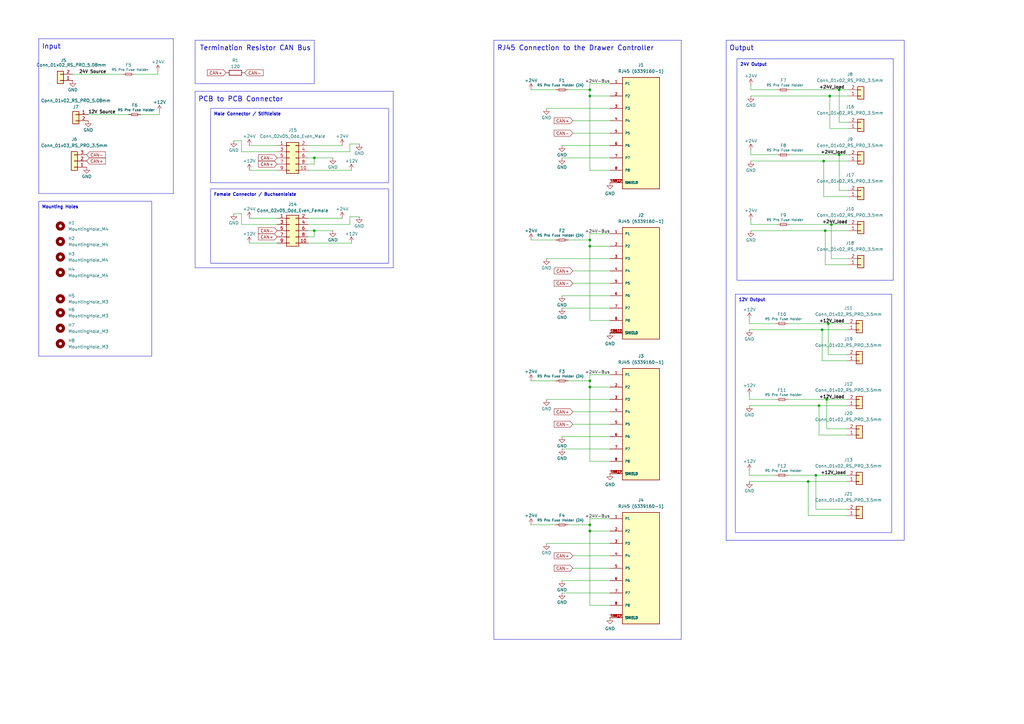
<source format=kicad_sch>
(kicad_sch (version 20230121) (generator eeschema)
  (paper "A3")
  (lib_symbols
    (symbol "6339160-1:6339160-1" (pin_names (offset 1.016))
      (property "Reference" "J" (at -7.6279 23.3921 0))
      (property "Value" "6339160-1" (at -7.6286 -25.4288 0))
      (symbol "6339160-1_0_0"
        (rectangle (start -7.62 -22.86) (end 7.62 22.86) (stroke (width 0.254)) (fill (type background)))
        (pin passive line (at 12.7 20.32 180) (length 5.08) (name "P1") (number "1"))
        (pin passive line (at 12.7 15.24 180) (length 5.08) (name "P2") (number "2"))
        (pin passive line (at 12.7 10.16 180) (length 5.08) (name "P3") (number "3"))
        (pin passive line (at 12.7 5.08 180) (length 5.08) (name "P4") (number "4"))
        (pin passive line (at 12.7 0 180) (length 5.08) (name "P5") (number "5"))
        (pin passive line (at 12.7 -5.08 180) (length 5.08) (name "P6") (number "6"))
        (pin passive line (at 12.7 -10.16 180) (length 5.08) (name "P7") (number "7"))
        (pin passive line (at 12.7 -15.24 180) (length 5.08) (name "P8") (number "8"))
        (pin passive line (at 12.7 -20.32 180) (length 5.08) (name "SHIELD") (number "SH1"))
        (pin passive line (at 12.7 -20.32 180) (length 5.08) (name "SHIELD") (number "SH1_1"))
        (pin passive line (at 12.7 -20.32 180) (length 5.08) (name "SHIELD") (number "SH1_2"))
        (pin passive line (at 12.7 -20.32 180) (length 5.08) (name "SHIELD") (number "SH2"))
        (pin passive line (at 12.7 -20.32 180) (length 5.08) (name "SHIELD") (number "SH2_1"))
        (pin passive line (at 12.7 -20.32 180) (length 5.08) (name "SHIELD") (number "SH2_2"))
      )
    )
    (symbol "Connector_Generic:Conn_01x02" (pin_names (offset 1.016) hide)
      (property "Reference" "J" (at 0 2.54 0))
      (property "Value" "Conn_01x02" (at 0 -5.08 0))
      (symbol "Conn_01x02_1_1"
        (rectangle (start -1.27 -2.413) (end 0 -2.667) (stroke (width 0.1524)))
        (rectangle (start -1.27 0.127) (end 0 -0.127) (stroke (width 0.1524)))
        (rectangle (start -1.27 1.27) (end 1.27 -3.81) (stroke (width 0.254)) (fill (type background)))
        (pin passive line (at -5.08 0 0) (length 3.81) (name "Pin_1") (number "1"))
        (pin passive line (at -5.08 -2.54 0) (length 3.81) (name "Pin_2") (number "2"))
      )
    )
    (symbol "Connector_Generic:Conn_01x03" (pin_names (offset 1.016) hide)
      (property "Reference" "J" (at 0 5.08 0))
      (property "Value" "Conn_01x03" (at 0 -5.08 0))
      (symbol "Conn_01x03_1_1"
        (rectangle (start -1.27 -2.413) (end 0 -2.667) (stroke (width 0.1524)))
        (rectangle (start -1.27 0.127) (end 0 -0.127) (stroke (width 0.1524)))
        (rectangle (start -1.27 2.667) (end 0 2.413) (stroke (width 0.1524)))
        (rectangle (start -1.27 3.81) (end 1.27 -3.81) (stroke (width 0.254)) (fill (type background)))
        (pin passive line (at -5.08 2.54 0) (length 3.81) (name "Pin_1") (number "1"))
        (pin passive line (at -5.08 0 0) (length 3.81) (name "Pin_2") (number "2"))
        (pin passive line (at -5.08 -2.54 0) (length 3.81) (name "Pin_3") (number "3"))
      )
    )
    (symbol "Connector_Generic:Conn_02x05_Odd_Even" (pin_names (offset 1.016) hide)
      (property "Reference" "J" (at 1.27 7.62 0))
      (property "Value" "Conn_02x05_Odd_Even" (at 1.27 -7.62 0))
      (symbol "Conn_02x05_Odd_Even_1_1"
        (rectangle (start -1.27 -4.953) (end 0 -5.207) (stroke (width 0.1524)))
        (rectangle (start -1.27 -2.413) (end 0 -2.667) (stroke (width 0.1524)))
        (rectangle (start -1.27 0.127) (end 0 -0.127) (stroke (width 0.1524)))
        (rectangle (start -1.27 2.667) (end 0 2.413) (stroke (width 0.1524)))
        (rectangle (start -1.27 5.207) (end 0 4.953) (stroke (width 0.1524)))
        (rectangle (start -1.27 6.35) (end 3.81 -6.35) (stroke (width 0.254)) (fill (type background)))
        (rectangle (start 3.81 -4.953) (end 2.54 -5.207) (stroke (width 0.1524)))
        (rectangle (start 3.81 -2.413) (end 2.54 -2.667) (stroke (width 0.1524)))
        (rectangle (start 3.81 0.127) (end 2.54 -0.127) (stroke (width 0.1524)))
        (rectangle (start 3.81 2.667) (end 2.54 2.413) (stroke (width 0.1524)))
        (rectangle (start 3.81 5.207) (end 2.54 4.953) (stroke (width 0.1524)))
        (pin passive line (at -5.08 5.08 0) (length 3.81) (name "Pin_1") (number "1"))
        (pin passive line (at 7.62 -5.08 180) (length 3.81) (name "Pin_10") (number "10"))
        (pin passive line (at 7.62 5.08 180) (length 3.81) (name "Pin_2") (number "2"))
        (pin passive line (at -5.08 2.54 0) (length 3.81) (name "Pin_3") (number "3"))
        (pin passive line (at 7.62 2.54 180) (length 3.81) (name "Pin_4") (number "4"))
        (pin passive line (at -5.08 0 0) (length 3.81) (name "Pin_5") (number "5"))
        (pin passive line (at 7.62 0 180) (length 3.81) (name "Pin_6") (number "6"))
        (pin passive line (at -5.08 -2.54 0) (length 3.81) (name "Pin_7") (number "7"))
        (pin passive line (at 7.62 -2.54 180) (length 3.81) (name "Pin_8") (number "8"))
        (pin passive line (at -5.08 -5.08 0) (length 3.81) (name "Pin_9") (number "9"))
      )
    )
    (symbol "Device:Fuse_Small" (pin_numbers hide) (pin_names (offset 0.254) hide)
      (property "Reference" "F" (at 0 -1.524 0))
      (property "Value" "Fuse_Small" (at 0 1.524 0))
      (symbol "Fuse_Small_0_1"
        (rectangle (start -1.27 0.508) (end 1.27 -0.508))
        (polyline (pts (xy -1.27 0) (xy 1.27 0)))
      )
      (symbol "Fuse_Small_1_1"
        (pin passive line (at -2.54 0 0) (length 1.27) (name "~") (number "1"))
        (pin passive line (at 2.54 0 180) (length 1.27) (name "~") (number "2"))
      )
    )
    (symbol "Device:R" (pin_numbers hide) (pin_names (offset 0))
      (property "Reference" "R" (at 2.032 0 90))
      (property "Value" "R" (at 0 0 90))
      (symbol "R_0_1"
        (rectangle (start -1.016 -2.54) (end 1.016 2.54) (stroke (width 0.254)))
      )
      (symbol "R_1_1"
        (pin passive line (at 0 3.81 270) (length 1.27) (name "~") (number "1"))
        (pin passive line (at 0 -3.81 90) (length 1.27) (name "~") (number "2"))
      )
    )
    (symbol "Mechanical:MountingHole" (pin_names (offset 1.016))
      (property "Reference" "H" (at 0 5.08 0))
      (property "Value" "MountingHole" (at 0 3.175 0))
      (symbol "MountingHole_0_1"
        (circle (center 0 0) (radius 1.27) (stroke (width 1.27)))
      )
    )
    (symbol "power:+12V" (power) (pin_names (offset 0))
      (property "Value" "+12V" (at 0 3.556 0))
      (symbol "+12V_0_1"
        (polyline (pts (xy -0.762 1.27) (xy 0 2.54)))
        (polyline (pts (xy 0 0) (xy 0 2.54)))
        (polyline (pts (xy 0 2.54) (xy 0.762 1.27)))
      )
      (symbol "+12V_1_1"
        (pin power_in line (at 0 0 90) (length 0) hide (name "+12V") (number "1"))
      )
    )
    (symbol "power:+24V" (power) (pin_names (offset 0))
      (property "Value" "+24V" (at 0 3.556 0))
      (symbol "+24V_0_1"
        (polyline (pts (xy -0.762 1.27) (xy 0 2.54)))
        (polyline (pts (xy 0 0) (xy 0 2.54)))
        (polyline (pts (xy 0 2.54) (xy 0.762 1.27)))
      )
      (symbol "+24V_1_1"
        (pin power_in line (at 0 0 90) (length 0) hide (name "+24V") (number "1"))
      )
    )
    (symbol "power:GND" (power) (pin_names (offset 0))
      (property "Value" "GND" (at 0 -3.81 0))
      (symbol "GND_0_1"
        (polyline (pts (xy 0 0) (xy 0 -1.27) (xy 1.27 -1.27) (xy 0 -2.54) (xy -1.27 -1.27) (xy 0 -1.27)))
      )
      (symbol "GND_1_1"
        (pin power_in line (at 0 0 270) (length 0) hide (name "GND") (number "1"))
      )
    )
  )
  (junction (at 241.935 36.83))
  (junction (at 128.905 94.615))
  (junction (at 339.725 132.715))
  (junction (at 340.995 92.075))
  (junction (at 241.935 156.21))
  (junction (at 339.09 163.83))
  (junction (at 337.185 135.255))
  (junction (at 344.17 36.83))
  (junction (at 337.82 66.04))
  (junction (at 344.17 63.5))
  (junction (at 241.935 39.37))
  (junction (at 241.935 158.75))
  (junction (at 241.935 100.965))
  (junction (at 241.935 215.265))
  (junction (at 334.645 194.945))
  (junction (at 338.455 94.615))
  (junction (at 340.36 39.37))
  (junction (at 331.47 197.485))
  (junction (at 241.935 217.805))
  (junction (at 241.935 98.425))
  (junction (at 335.915 166.37))
  (junction (at 128.905 64.77))
  (wire (pts (xy 29.845 30.48) (xy 50.165 30.48)))
  (wire (pts (xy 102.235 89.535) (xy 113.665 89.535)))
  (wire (pts (xy 234.95 49.53) (xy 250.19 49.53)))
  (wire (pts (xy 323.85 63.5) (xy 344.17 63.5)))
  (wire (pts (xy 102.235 99.695) (xy 113.665 99.695)))
  (wire (pts (xy 250.19 121.285) (xy 230.505 121.285)))
  (wire (pts (xy 241.935 212.725) (xy 241.935 215.265)))
  (wire (pts (xy 250.19 184.15) (xy 230.505 184.15)))
  (wire (pts (xy 136.525 94.615) (xy 128.905 94.615)))
  (wire (pts (xy 250.19 153.67) (xy 241.935 153.67)))
  (wire (pts (xy 344.17 36.83) (xy 344.17 50.165)))
  (wire (pts (xy 347.98 106.045) (xy 340.995 106.045)))
  (wire (pts (xy 126.365 59.69) (xy 140.335 59.69)))
  (wire (pts (xy 250.19 222.885) (xy 224.155 222.885)))
  (wire (pts (xy 126.365 99.695) (xy 144.145 99.695)))
  (wire (pts (xy 99.06 62.23) (xy 113.665 62.23)))
  (wire (pts (xy 250.19 64.77) (xy 230.505 64.77)))
  (wire (pts (xy 250.19 163.83) (xy 224.155 163.83)))
  (wire (pts (xy 307.975 39.37) (xy 340.36 39.37)))
  (wire (pts (xy 241.935 156.21) (xy 241.935 158.75)))
  (wire (pts (xy 128.905 94.615) (xy 128.905 97.155)))
  (wire (pts (xy 227.965 36.83) (xy 217.805 36.83)))
  (wire (pts (xy 323.85 36.83) (xy 344.17 36.83)))
  (wire (pts (xy 99.06 87.63) (xy 99.06 92.075)))
  (wire (pts (xy 318.77 92.075) (xy 307.975 92.075)))
  (wire (pts (xy 55.245 30.48) (xy 64.77 30.48)))
  (wire (pts (xy 335.915 166.37) (xy 347.345 166.37)))
  (wire (pts (xy 323.215 194.945) (xy 334.645 194.945)))
  (wire (pts (xy 99.06 87.63) (xy 95.885 87.63)))
  (wire (pts (xy 57.785 46.99) (xy 65.405 46.99)))
  (wire (pts (xy 250.19 248.285) (xy 241.935 248.285)))
  (wire (pts (xy 318.135 194.945) (xy 307.34 194.945)))
  (wire (pts (xy 241.935 36.83) (xy 241.935 39.37)))
  (wire (pts (xy 99.06 92.075) (xy 113.665 92.075)))
  (wire (pts (xy 347.98 78.105) (xy 344.17 78.105)))
  (wire (pts (xy 250.19 34.29) (xy 241.935 34.29)))
  (wire (pts (xy 143.51 59.055) (xy 143.51 62.23)))
  (wire (pts (xy 307.975 36.83) (xy 307.975 34.925)))
  (wire (pts (xy 347.98 108.585) (xy 338.455 108.585)))
  (wire (pts (xy 323.215 163.83) (xy 339.09 163.83)))
  (wire (pts (xy 64.77 30.48) (xy 64.77 29.21)))
  (wire (pts (xy 307.34 135.255) (xy 337.185 135.255)))
  (wire (pts (xy 337.185 135.255) (xy 347.345 135.255)))
  (wire (pts (xy 250.19 59.69) (xy 230.505 59.69)))
  (wire (pts (xy 234.95 116.205) (xy 250.19 116.205)))
  (wire (pts (xy 143.51 88.9) (xy 143.51 92.075)))
  (wire (pts (xy 307.975 66.04) (xy 337.82 66.04)))
  (wire (pts (xy 347.345 145.415) (xy 339.725 145.415)))
  (wire (pts (xy 337.82 80.645) (xy 337.82 66.04)))
  (wire (pts (xy 99.06 57.785) (xy 99.06 62.23)))
  (wire (pts (xy 347.345 175.895) (xy 339.09 175.895)))
  (wire (pts (xy 241.935 34.29) (xy 241.935 36.83)))
  (wire (pts (xy 241.935 215.265) (xy 233.045 215.265)))
  (wire (pts (xy 126.365 69.85) (xy 144.145 69.85)))
  (wire (pts (xy 227.965 156.21) (xy 217.805 156.21)))
  (wire (pts (xy 234.95 54.61) (xy 250.19 54.61)))
  (wire (pts (xy 143.51 62.23) (xy 126.365 62.23)))
  (wire (pts (xy 126.365 67.31) (xy 128.905 67.31)))
  (wire (pts (xy 347.345 208.915) (xy 334.645 208.915)))
  (wire (pts (xy 307.34 197.485) (xy 331.47 197.485)))
  (wire (pts (xy 250.19 100.965) (xy 241.935 100.965)))
  (wire (pts (xy 344.17 36.83) (xy 347.98 36.83)))
  (wire (pts (xy 307.975 94.615) (xy 338.455 94.615)))
  (wire (pts (xy 241.935 215.265) (xy 241.935 217.805)))
  (wire (pts (xy 241.935 189.23) (xy 241.935 158.75)))
  (wire (pts (xy 250.19 243.205) (xy 230.505 243.205)))
  (wire (pts (xy 241.935 248.285) (xy 241.935 217.805)))
  (wire (pts (xy 344.17 78.105) (xy 344.17 63.5)))
  (wire (pts (xy 65.405 45.72) (xy 65.405 46.99)))
  (wire (pts (xy 323.215 132.715) (xy 339.725 132.715)))
  (wire (pts (xy 318.77 36.83) (xy 307.975 36.83)))
  (wire (pts (xy 241.935 131.445) (xy 241.935 100.965)))
  (wire (pts (xy 340.36 39.37) (xy 340.36 52.705)))
  (wire (pts (xy 344.17 50.165) (xy 347.98 50.165)))
  (wire (pts (xy 234.95 233.045) (xy 250.19 233.045)))
  (wire (pts (xy 234.95 173.99) (xy 250.19 173.99)))
  (wire (pts (xy 250.19 39.37) (xy 241.935 39.37)))
  (wire (pts (xy 347.98 80.645) (xy 337.82 80.645)))
  (wire (pts (xy 102.235 59.69) (xy 113.665 59.69)))
  (wire (pts (xy 241.935 153.67) (xy 241.935 156.21)))
  (wire (pts (xy 340.36 52.705) (xy 347.98 52.705)))
  (wire (pts (xy 307.34 166.37) (xy 335.915 166.37)))
  (wire (pts (xy 234.95 168.91) (xy 250.19 168.91)))
  (wire (pts (xy 339.725 132.715) (xy 347.345 132.715)))
  (wire (pts (xy 307.975 63.5) (xy 307.975 61.595)))
  (wire (pts (xy 334.645 194.945) (xy 347.345 194.945)))
  (wire (pts (xy 36.195 46.99) (xy 52.705 46.99)))
  (wire (pts (xy 318.77 63.5) (xy 307.975 63.5)))
  (wire (pts (xy 102.235 69.85) (xy 113.665 69.85)))
  (wire (pts (xy 227.965 215.265) (xy 217.805 215.265)))
  (wire (pts (xy 250.19 238.125) (xy 230.505 238.125)))
  (wire (pts (xy 339.09 175.895) (xy 339.09 163.83)))
  (wire (pts (xy 250.19 44.45) (xy 224.155 44.45)))
  (wire (pts (xy 241.935 156.21) (xy 233.045 156.21)))
  (wire (pts (xy 250.19 95.885) (xy 241.935 95.885)))
  (wire (pts (xy 340.995 92.075) (xy 347.98 92.075)))
  (wire (pts (xy 318.135 132.715) (xy 307.34 132.715)))
  (wire (pts (xy 128.905 64.77) (xy 128.905 67.31)))
  (wire (pts (xy 318.135 163.83) (xy 307.34 163.83)))
  (wire (pts (xy 250.19 212.725) (xy 241.935 212.725)))
  (wire (pts (xy 126.365 89.535) (xy 140.335 89.535)))
  (wire (pts (xy 128.905 94.615) (xy 126.365 94.615)))
  (wire (pts (xy 344.17 63.5) (xy 347.98 63.5)))
  (wire (pts (xy 347.345 178.435) (xy 335.915 178.435)))
  (wire (pts (xy 331.47 197.485) (xy 331.47 211.455)))
  (wire (pts (xy 250.19 217.805) (xy 241.935 217.805)))
  (wire (pts (xy 136.525 64.77) (xy 128.905 64.77)))
  (wire (pts (xy 241.935 98.425) (xy 241.935 100.965)))
  (wire (pts (xy 241.935 95.885) (xy 241.935 98.425)))
  (wire (pts (xy 339.09 163.83) (xy 347.345 163.83)))
  (wire (pts (xy 241.935 36.83) (xy 233.045 36.83)))
  (wire (pts (xy 337.185 147.955) (xy 347.345 147.955)))
  (wire (pts (xy 331.47 211.455) (xy 347.345 211.455)))
  (wire (pts (xy 307.34 194.945) (xy 307.34 193.04)))
  (wire (pts (xy 340.995 106.045) (xy 340.995 92.075)))
  (wire (pts (xy 143.51 88.9) (xy 147.32 88.9)))
  (wire (pts (xy 250.19 189.23) (xy 241.935 189.23)))
  (wire (pts (xy 250.19 131.445) (xy 241.935 131.445)))
  (wire (pts (xy 250.19 126.365) (xy 230.505 126.365)))
  (wire (pts (xy 331.47 197.485) (xy 347.345 197.485)))
  (wire (pts (xy 241.935 69.85) (xy 241.935 39.37)))
  (wire (pts (xy 337.185 135.255) (xy 337.185 147.955)))
  (wire (pts (xy 338.455 94.615) (xy 347.98 94.615)))
  (wire (pts (xy 99.06 57.785) (xy 95.885 57.785)))
  (wire (pts (xy 241.935 98.425) (xy 233.045 98.425)))
  (wire (pts (xy 307.34 163.83) (xy 307.34 161.925)))
  (wire (pts (xy 307.34 132.715) (xy 307.34 130.81)))
  (wire (pts (xy 250.19 158.75) (xy 241.935 158.75)))
  (wire (pts (xy 337.82 66.04) (xy 347.98 66.04)))
  (wire (pts (xy 323.85 92.075) (xy 340.995 92.075)))
  (wire (pts (xy 143.51 59.055) (xy 147.32 59.055)))
  (wire (pts (xy 143.51 92.075) (xy 126.365 92.075)))
  (wire (pts (xy 128.905 64.77) (xy 126.365 64.77)))
  (wire (pts (xy 307.975 92.075) (xy 307.975 90.17)))
  (wire (pts (xy 126.365 97.155) (xy 128.905 97.155)))
  (wire (pts (xy 334.645 208.915) (xy 334.645 194.945)))
  (wire (pts (xy 227.965 98.425) (xy 217.805 98.425)))
  (wire (pts (xy 340.36 39.37) (xy 347.98 39.37)))
  (wire (pts (xy 339.725 145.415) (xy 339.725 132.715)))
  (wire (pts (xy 335.915 178.435) (xy 335.915 166.37)))
  (wire (pts (xy 338.455 108.585) (xy 338.455 94.615)))
  (wire (pts (xy 234.95 227.965) (xy 250.19 227.965)))
  (wire (pts (xy 250.19 106.045) (xy 224.155 106.045)))
  (wire (pts (xy 250.19 69.85) (xy 241.935 69.85)))
  (wire (pts (xy 234.95 111.125) (xy 250.19 111.125)))
  (wire (pts (xy 250.19 179.07) (xy 230.505 179.07)))
  (rectangle (start 302.26 24.13) (end 366.395 114.935))
  (rectangle (start 297.815 16.51) (end 370.84 221.615))
  (rectangle (start 80.01 16.51) (end 128.905 34.29))
  (rectangle (start 80.01 37.465) (end 161.29 109.855))
  (rectangle (start 15.875 82.55) (end 62.23 146.05))
  (rectangle (start 301.625 120.65) (end 365.76 218.44))
  (rectangle (start 86.36 77.47) (end 159.385 107.95))
  (rectangle (start 202.565 16.51) (end 279.4 262.255))
  (rectangle (start 86.36 44.45) (end 159.385 74.93))
  (rectangle (start 15.875 15.875) (end 71.12 79.375))
  (text "PCB to PCB Connector" (at 81.28 41.91 0) (effects (font (size 2 2) (thickness 0.254) bold) (justify left bottom)))
  (text "Input" (at 17.145 20.32 0) (effects (font (size 2 2) (thickness 0.254) bold) (justify left bottom)))
  (text "24V Output" (at 303.53 27.305 0) (effects (font (size 1.27 1.27) bold) (justify left bottom)))
  (text "Mounting Holes" (at 17.145 85.725 0) (effects (font (size 1.27 1.27) bold) (justify left bottom)))
  (text "RJ45 Connection to the Drawer Controller" (at 203.835 20.955 0) (effects (font (size 2 2) (thickness 0.254) bold) (justify left bottom)))
  (text "Output" (at 299.085 20.955 0) (effects (font (size 2 2) (thickness 0.254) bold) (justify left bottom)))
  (text "Male Connector / Stiftleiste" (at 87.63 47.625 0) (effects (font (size 1.27 1.27) bold) (justify left bottom)))
  (text "Termination Resistor CAN Bus" (at 81.915 20.955 0) (effects (font (size 2 2) (thickness 0.254) bold) (justify left bottom)))
  (text "Female Connector / Buchsenleiste" (at 87.63 80.645 0) (effects (font (size 1.27 1.27) bold) (justify left bottom)))
  (text "12V Output" (at 302.895 123.825 0) (effects (font (size 1.27 1.27) bold) (justify left bottom)))
  (label "+24V-Bus" (at 250.19 34.29 180))
  (label "+12V_load" (at 335.915 132.715 0) (effects (font bold)))
  (label "12V Source" (at 36.195 46.99 0) (effects (font bold)))
  (label "+24V_load" (at 337.185 92.075 0) (effects (font bold)))
  (label "+12V_load" (at 335.915 163.83 0) (effects (font bold)))
  (label "+24V-Bus" (at 250.19 212.725 180))
  (label "+24V-Bus" (at 250.19 153.67 180))
  (label "+24V_load" (at 335.915 36.83 0) (effects (font bold)))
  (label "+24V_load" (at 336.55 63.5 0) (effects (font bold)))
  (label "+12V_load" (at 336.55 194.945 0) (effects (font bold)))
  (label "+24V-Bus" (at 250.19 95.885 180))
  (label "24V Source" (at 32.385 30.48 0) (effects (font bold)))
  (global_label "CAN-" (shape input) (at 113.665 94.615 180) (property "Intersheetrefs" "${INTERSHEET_REFS}" (effects hide)))
  (global_label "CAN+" (shape input) (at 234.95 49.53 180) (property "Intersheetrefs" "${INTERSHEET_REFS}" (effects hide)))
  (global_label "CAN+" (shape input) (at 234.95 168.91 180) (property "Intersheetrefs" "${INTERSHEET_REFS}" (effects hide)))
  (global_label "CAN-" (shape input) (at 100.33 29.845 0) (property "Intersheetrefs" "${INTERSHEET_REFS}" (effects hide)))
  (global_label "CAN+" (shape input) (at 92.71 29.845 180) (property "Intersheetrefs" "${INTERSHEET_REFS}" (effects hide)))
  (global_label "CAN-" (shape input) (at 234.95 116.205 180) (property "Intersheetrefs" "${INTERSHEET_REFS}" (effects hide)))
  (global_label "CAN+" (shape input) (at 113.665 97.155 180) (property "Intersheetrefs" "${INTERSHEET_REFS}" (effects hide)))
  (global_label "CAN-" (shape input) (at 234.95 54.61 180) (property "Intersheetrefs" "${INTERSHEET_REFS}" (effects hide)))
  (global_label "CAN+" (shape input) (at 35.56 66.04 0) (property "Intersheetrefs" "${INTERSHEET_REFS}" (effects hide)))
  (global_label "CAN-" (shape input) (at 113.665 64.77 180) (property "Intersheetrefs" "${INTERSHEET_REFS}" (effects hide)))
  (global_label "CAN+" (shape input) (at 234.95 227.965 180) (property "Intersheetrefs" "${INTERSHEET_REFS}" (effects hide)))
  (global_label "CAN+" (shape input) (at 113.665 67.31 180) (property "Intersheetrefs" "${INTERSHEET_REFS}" (effects hide)))
  (global_label "CAN-" (shape input) (at 35.56 63.5 0) (property "Intersheetrefs" "${INTERSHEET_REFS}" (effects hide)))
  (global_label "CAN-" (shape input) (at 234.95 173.99 180) (property "Intersheetrefs" "${INTERSHEET_REFS}" (effects hide)))
  (global_label "CAN+" (shape input) (at 234.95 111.125 180) (property "Intersheetrefs" "${INTERSHEET_REFS}" (effects hide)))
  (global_label "CAN-" (shape input) (at 234.95 233.045 180) (property "Intersheetrefs" "${INTERSHEET_REFS}" (effects hide)))
  (symbol (lib_id "power:+24V") (at 64.77 29.21 0) (unit 1)
    (property "Reference" "#PWR023" (effects hide))
    (property "Value" "+24V" (at 64.77 25.4 0))
  )
  (symbol (lib_id "power:GND") (at 36.195 49.53 0) (unit 1)
    (property "Reference" "#PWR024" (effects hide))
    (property "Value" "GND" (at 36.195 53.34 0))
  )
  (symbol (lib_id "Mechanical:MountingHole") (at 24.765 134.62 0) (unit 1)
    (property "Reference" "H7" (at 27.94 133.35 0) (effects (justify left)))
    (property "Value" "MountingHole_M3" (at 27.94 135.89 0) (effects (justify left)))
    (property "Footprint" "MountingHole:MountingHole_3.2mm_M3" (effects hide))
  )
  (symbol (lib_id "power:+24V") (at 217.805 36.83 0) (mirror y) (unit 1)
    (property "Reference" "#PWR06" (effects hide))
    (property "Value" "+24V" (at 217.805 33.02 0))
  )
  (symbol (lib_id "Connector_Generic:Conn_01x02") (at 353.06 66.04 0) (mirror x) (unit 1)
    (property "Reference" "J9" (at 348.615 57.15 0))
    (property "Value" "Conn_01x02_RS_PRO_3.5mm" (at 348.615 59.69 0))
    (property "Footprint" "Connector_Phoenix_MC:PhoenixContact_MC_1,5_2-G-3.5_1x02_P3.50mm_Horizontal" (effects hide))
  )
  (symbol (lib_id "Device:Fuse_Small") (at 321.31 36.83 0) (unit 1)
    (property "Reference" "F7" (at 321.31 33.02 0))
    (property "Value" "RS Pro Fuse Holder" (at 321.945 34.925 0) (effects (font (size 1 1))))
    (property "Footprint" "Robast_Footprints:Fuse_Holder_RS_Pro_188-4477" (effects hide))
  )
  (symbol (lib_id "Device:Fuse_Small") (at 52.705 30.48 0) (unit 1)
    (property "Reference" "F5" (at 52.705 26.67 0))
    (property "Value" "RS Pro Fuse Holder" (at 53.34 28.575 0) (effects (font (size 1 1))))
    (property "Footprint" "Robast_Footprints:Fuse_Holder_RS_Pro_188-4477" (effects hide))
  )
  (symbol (lib_id "power:+24V") (at 217.805 98.425 0) (mirror y) (unit 1)
    (property "Reference" "#PWR010" (effects hide))
    (property "Value" "+24V" (at 217.805 94.615 0))
  )
  (symbol (lib_id "power:+12V") (at 307.34 130.81 0) (unit 1)
    (property "Reference" "#PWR052" (effects hide))
    (property "Value" "+12V" (at 307.34 127 0))
  )
  (symbol (lib_id "Device:Fuse_Small") (at 230.505 215.265 0) (mirror y) (unit 1)
    (property "Reference" "F4" (at 230.505 211.455 0))
    (property "Value" "RS Pro Fuse Holder (2A)" (at 229.87 213.36 0) (effects (font (size 1 1))))
    (property "Footprint" "Robast_Footprints:Fuse_Holder_RS_Pro_188-4477" (effects hide))
  )
  (symbol (lib_id "Connector_Generic:Conn_01x02") (at 353.06 80.645 0) (mirror x) (unit 1)
    (property "Reference" "J17" (at 348.615 71.755 0))
    (property "Value" "Conn_01x02_RS_PRO_3.5mm" (at 348.615 74.295 0))
    (property "Footprint" "Connector_Phoenix_MC:PhoenixContact_MC_1,5_2-G-3.5_1x02_P3.50mm_Horizontal" (effects hide))
  )
  (symbol (lib_id "Connector_Generic:Conn_01x02") (at 353.06 108.585 0) (mirror x) (unit 1)
    (property "Reference" "J18" (at 348.615 99.695 0))
    (property "Value" "Conn_01x02_RS_PRO_3.5mm" (at 348.615 102.235 0))
    (property "Footprint" "Connector_Phoenix_MC:PhoenixContact_MC_1,5_2-G-3.5_1x02_P3.50mm_Horizontal" (effects hide))
  )
  (symbol (lib_id "power:+12V") (at 307.34 161.925 0) (unit 1)
    (property "Reference" "#PWR032" (effects hide))
    (property "Value" "+12V" (at 307.34 158.115 0))
  )
  (symbol (lib_id "6339160-1:6339160-1") (at 262.89 233.045 0) (mirror y) (unit 1)
    (property "Reference" "J4" (at 262.89 205.105 0))
    (property "Value" "RJ45 (6339160-1)" (at 262.89 207.645 0))
    (property "Footprint" "Robast_Footprints:TE_6339160-1" (effects hide))
    (property "Comment" "6339160-1" (effects hide))
  )
  (symbol (lib_id "power:GND") (at 224.155 44.45 0) (mirror y) (unit 1)
    (property "Reference" "#PWR05" (effects hide))
    (property "Value" "GND" (at 224.155 48.26 0))
  )
  (symbol (lib_id "power:GND") (at 95.885 87.63 0) (unit 1)
    (property "Reference" "#PWR046" (effects hide))
    (property "Value" "GND" (at 95.885 91.44 0))
  )
  (symbol (lib_id "power:GND") (at 224.155 163.83 0) (mirror y) (unit 1)
    (property "Reference" "#PWR014" (effects hide))
    (property "Value" "GND" (at 224.155 167.64 0))
  )
  (symbol (lib_id "power:GND") (at 35.56 68.58 0) (unit 1)
    (property "Reference" "#PWR021" (effects hide))
    (property "Value" "GND" (at 35.56 72.39 0))
  )
  (symbol (lib_id "Connector_Generic:Conn_01x02") (at 352.425 178.435 0) (mirror x) (unit 1)
    (property "Reference" "J20" (at 347.98 169.545 0))
    (property "Value" "Conn_01x02_RS_PRO_3.5mm" (at 347.98 172.085 0))
    (property "Footprint" "Connector_Phoenix_MC:PhoenixContact_MC_1,5_2-G-3.5_1x02_P3.50mm_Horizontal" (effects hide))
  )
  (symbol (lib_id "power:GND") (at 230.505 243.205 0) (mirror y) (unit 1)
    (property "Reference" "#PWR018" (effects hide))
    (property "Value" "GND" (at 230.505 247.015 0))
  )
  (symbol (lib_id "6339160-1:6339160-1") (at 262.89 54.61 0) (mirror y) (unit 1)
    (property "Reference" "J1" (at 262.89 26.67 0))
    (property "Value" "RJ45 (6339160-1)" (at 262.89 29.21 0))
    (property "Footprint" "Robast_Footprints:TE_6339160-1" (effects hide))
    (property "Comment" "6339160-1" (effects hide))
  )
  (symbol (lib_id "Mechanical:MountingHole") (at 24.765 105.41 0) (unit 1)
    (property "Reference" "H3" (at 27.94 104.14 0) (effects (justify left)))
    (property "Value" "MountingHole_M4" (at 27.94 106.68 0) (effects (justify left)))
    (property "Footprint" "MountingHole:MountingHole_4.3mm_M4" (effects hide))
  )
  (symbol (lib_id "power:+12V") (at 307.34 193.04 0) (unit 1)
    (property "Reference" "#PWR034" (effects hide))
    (property "Value" "+12V" (at 307.34 189.23 0))
  )
  (symbol (lib_id "power:GND") (at 147.32 88.9 0) (unit 1)
    (property "Reference" "#PWR050" (effects hide))
    (property "Value" "GND" (at 147.32 92.71 0))
  )
  (symbol (lib_id "Connector_Generic:Conn_02x05_Odd_Even") (at 118.745 64.77 0) (unit 1)
    (property "Reference" "J15" (at 120.015 53.34 0))
    (property "Value" "Conn_02x05_Odd_Even_Male" (at 120.015 55.88 0))
    (property "Footprint" "Connector_PinHeader_2.54mm:PinHeader_2x05_P2.54mm_Horizontal" (effects hide))
  )
  (symbol (lib_id "power:GND") (at 307.975 39.37 0) (unit 1)
    (property "Reference" "#PWR027" (effects hide))
    (property "Value" "GND" (at 307.975 43.18 0))
  )
  (symbol (lib_id "power:+12V") (at 144.145 69.85 0) (unit 1)
    (property "Reference" "#PWR043" (effects hide))
    (property "Value" "+12V" (at 144.145 66.04 0))
  )
  (symbol (lib_id "Mechanical:MountingHole") (at 24.765 92.71 0) (unit 1)
    (property "Reference" "H1" (at 27.94 91.44 0) (effects (justify left)))
    (property "Value" "MountingHole_M4" (at 27.94 93.98 0) (effects (justify left)))
    (property "Footprint" "MountingHole:MountingHole_4.3mm_M4" (effects hide))
  )
  (symbol (lib_id "power:+24V") (at 217.805 156.21 0) (mirror y) (unit 1)
    (property "Reference" "#PWR015" (effects hide))
    (property "Value" "+24V" (at 217.805 152.4 0))
  )
  (symbol (lib_id "power:GND") (at 307.34 135.255 0) (unit 1)
    (property "Reference" "#PWR033" (effects hide))
    (property "Value" "GND" (at 307.34 139.065 0))
  )
  (symbol (lib_id "Connector_Generic:Conn_01x02") (at 352.425 197.485 0) (mirror x) (unit 1)
    (property "Reference" "J13" (at 347.98 188.595 0))
    (property "Value" "Conn_01x02_RS_PRO_3.5mm" (at 347.98 191.135 0))
    (property "Footprint" "Connector_Phoenix_MC:PhoenixContact_MC_1,5_2-G-3.5_1x02_P3.50mm_Horizontal" (effects hide))
  )
  (symbol (lib_id "Mechanical:MountingHole") (at 24.765 128.27 0) (unit 1)
    (property "Reference" "H6" (at 27.94 127 0) (effects (justify left)))
    (property "Value" "MountingHole_M3" (at 27.94 129.54 0) (effects (justify left)))
    (property "Footprint" "MountingHole:MountingHole_3.2mm_M3" (effects hide))
  )
  (symbol (lib_id "power:GND") (at 250.19 136.525 0) (mirror y) (unit 1)
    (property "Reference" "#PWR02" (effects hide))
    (property "Value" "GND" (at 250.19 140.97 0))
  )
  (symbol (lib_id "power:GND") (at 230.505 64.77 0) (mirror y) (unit 1)
    (property "Reference" "#PWR03" (effects hide))
    (property "Value" "GND" (at 230.505 68.58 0))
  )
  (symbol (lib_id "Connector_Generic:Conn_01x02") (at 352.425 135.255 0) (mirror x) (unit 1)
    (property "Reference" "J11" (at 347.98 126.365 0))
    (property "Value" "Conn_01x02_RS_PRO_3.5mm" (at 347.98 128.905 0))
    (property "Footprint" "Connector_Phoenix_MC:PhoenixContact_MC_1,5_2-G-3.5_1x02_P3.50mm_Horizontal" (effects hide))
  )
  (symbol (lib_id "Mechanical:MountingHole") (at 24.765 122.555 0) (unit 1)
    (property "Reference" "H5" (at 27.94 121.285 0) (effects (justify left)))
    (property "Value" "MountingHole_M3" (at 27.94 123.825 0) (effects (justify left)))
    (property "Footprint" "MountingHole:MountingHole_3.2mm_M3" (effects hide))
  )
  (symbol (lib_id "Device:Fuse_Small") (at 320.675 194.945 0) (unit 1)
    (property "Reference" "F12" (at 320.675 191.135 0))
    (property "Value" "RS Pro Fuse Holder" (at 321.31 193.04 0) (effects (font (size 1 1))))
    (property "Footprint" "Robast_Footprints:Fuse_Holder_RS_Pro_188-4477" (effects hide))
  )
  (symbol (lib_id "power:GND") (at 307.34 197.485 0) (unit 1)
    (property "Reference" "#PWR037" (effects hide))
    (property "Value" "GND" (at 307.34 201.295 0))
  )
  (symbol (lib_id "Mechanical:MountingHole") (at 24.765 99.06 0) (unit 1)
    (property "Reference" "H2" (at 27.94 97.79 0) (effects (justify left)))
    (property "Value" "MountingHole_M4" (at 27.94 100.33 0) (effects (justify left)))
    (property "Footprint" "MountingHole:MountingHole_4.3mm_M4" (effects hide))
  )
  (symbol (lib_id "power:GND") (at 307.975 66.04 0) (unit 1)
    (property "Reference" "#PWR029" (effects hide))
    (property "Value" "GND" (at 307.975 69.85 0))
  )
  (symbol (lib_id "6339160-1:6339160-1") (at 262.89 173.99 0) (mirror y) (unit 1)
    (property "Reference" "J3" (at 262.89 146.05 0))
    (property "Value" "RJ45 (6339160-1)" (at 262.89 148.59 0))
    (property "Footprint" "Robast_Footprints:TE_6339160-1" (effects hide))
    (property "Comment" "6339160-1" (effects hide))
  )
  (symbol (lib_id "power:+24V") (at 102.235 59.69 0) (unit 1)
    (property "Reference" "#PWR038" (effects hide))
    (property "Value" "+24V" (at 102.235 55.88 0))
  )
  (symbol (lib_id "Device:Fuse_Small") (at 320.675 132.715 0) (unit 1)
    (property "Reference" "F10" (at 320.675 128.905 0))
    (property "Value" "RS Pro Fuse Holder" (at 321.31 130.81 0) (effects (font (size 1 1))))
    (property "Footprint" "Robast_Footprints:Fuse_Holder_RS_Pro_188-4477" (effects hide))
  )
  (symbol (lib_id "Connector_Generic:Conn_01x03") (at 30.48 66.04 180) (unit 1)
    (property "Reference" "J6" (at 30.48 57.15 0))
    (property "Value" "Conn_01x03_RS_PRO_3.5mm" (at 30.48 59.69 0))
    (property "Footprint" "Connector_Phoenix_MC:PhoenixContact_MC_1,5_3-G-3.5_1x03_P3.50mm_Horizontal" (effects hide))
  )
  (symbol (lib_id "power:GND") (at 230.505 238.125 0) (mirror y) (unit 1)
    (property "Reference" "#PWR017" (effects hide))
    (property "Value" "GND" (at 230.505 241.935 0))
  )
  (symbol (lib_id "6339160-1:6339160-1") (at 262.89 116.205 0) (mirror y) (unit 1)
    (property "Reference" "J2" (at 262.89 88.265 0))
    (property "Value" "RJ45 (6339160-1)" (at 262.89 90.805 0))
    (property "Footprint" "Robast_Footprints:TE_6339160-1" (effects hide))
    (property "Comment" "6339160-1" (effects hide))
  )
  (symbol (lib_id "Connector_Generic:Conn_02x05_Odd_Even") (at 118.745 94.615 0) (unit 1)
    (property "Reference" "J14" (at 120.015 83.82 0))
    (property "Value" "Conn_02x05_Odd_Even_Female" (at 120.015 86.36 0))
    (property "Footprint" "Connector_PinSocket_2.54mm:PinSocket_2x05_P2.54mm_Horizontal" (effects hide))
  )
  (symbol (lib_id "power:GND") (at 307.975 94.615 0) (unit 1)
    (property "Reference" "#PWR031" (effects hide))
    (property "Value" "GND" (at 307.975 98.425 0))
  )
  (symbol (lib_id "Device:R") (at 96.52 29.845 90) (unit 1)
    (property "Reference" "R1" (at 96.52 24.765 90))
    (property "Value" "120" (at 96.52 27.305 90))
    (property "Footprint" "Resistor_SMD:R_0805_2012Metric" (effects hide))
  )
  (symbol (lib_id "power:+24V") (at 102.235 89.535 0) (unit 1)
    (property "Reference" "#PWR047" (effects hide))
    (property "Value" "+24V" (at 102.235 85.725 0))
  )
  (symbol (lib_id "power:+12V") (at 102.235 69.85 0) (unit 1)
    (property "Reference" "#PWR039" (effects hide))
    (property "Value" "+12V" (at 102.235 66.04 0))
  )
  (symbol (lib_id "Device:Fuse_Small") (at 321.31 63.5 0) (unit 1)
    (property "Reference" "F8" (at 321.31 59.69 0))
    (property "Value" "RS Pro Fuse Holder" (at 321.945 61.595 0) (effects (font (size 1 1))))
    (property "Footprint" "Robast_Footprints:Fuse_Holder_RS_Pro_188-4477" (effects hide))
  )
  (symbol (lib_id "power:GND") (at 250.19 253.365 0) (mirror y) (unit 1)
    (property "Reference" "#PWR016" (effects hide))
    (property "Value" "GND" (at 250.19 257.81 0))
  )
  (symbol (lib_id "power:+12V") (at 144.145 99.695 0) (unit 1)
    (property "Reference" "#PWR051" (effects hide))
    (property "Value" "+12V" (at 144.145 95.885 0))
  )
  (symbol (lib_id "Device:Fuse_Small") (at 321.31 92.075 0) (unit 1)
    (property "Reference" "F9" (at 321.31 88.265 0))
    (property "Value" "RS Pro Fuse Holder" (at 321.945 90.17 0) (effects (font (size 1 1))))
    (property "Footprint" "Robast_Footprints:Fuse_Holder_RS_Pro_188-4477" (effects hide))
  )
  (symbol (lib_id "power:+12V") (at 65.405 45.72 0) (unit 1)
    (property "Reference" "#PWR025" (effects hide))
    (property "Value" "+12V" (at 65.405 41.91 0))
  )
  (symbol (lib_id "Connector_Generic:Conn_01x02") (at 352.425 166.37 0) (mirror x) (unit 1)
    (property "Reference" "J12" (at 347.98 157.48 0))
    (property "Value" "Conn_01x02_RS_PRO_3.5mm" (at 347.98 160.02 0))
    (property "Footprint" "Connector_Phoenix_MC:PhoenixContact_MC_1,5_2-G-3.5_1x02_P3.50mm_Horizontal" (effects hide))
  )
  (symbol (lib_id "Mechanical:MountingHole") (at 24.765 111.76 0) (unit 1)
    (property "Reference" "H4" (at 27.94 110.49 0) (effects (justify left)))
    (property "Value" "MountingHole_M4" (at 27.94 113.03 0) (effects (justify left)))
    (property "Footprint" "MountingHole:MountingHole_4.3mm_M4" (effects hide))
  )
  (symbol (lib_id "power:GND") (at 307.34 166.37 0) (unit 1)
    (property "Reference" "#PWR035" (effects hide))
    (property "Value" "GND" (at 307.34 170.18 0))
  )
  (symbol (lib_id "Connector_Generic:Conn_01x02") (at 353.06 52.705 0) (mirror x) (unit 1)
    (property "Reference" "J16" (at 348.615 43.815 0))
    (property "Value" "Conn_01x02_RS_PRO_3.5mm" (at 348.615 46.355 0))
    (property "Footprint" "Connector_Phoenix_MC:PhoenixContact_MC_1,5_2-G-3.5_1x02_P3.50mm_Horizontal" (effects hide))
  )
  (symbol (lib_id "Device:Fuse_Small") (at 230.505 156.21 0) (mirror y) (unit 1)
    (property "Reference" "F3" (at 230.505 152.4 0))
    (property "Value" "RS Pro Fuse Holder (2A)" (at 229.87 154.305 0) (effects (font (size 1 1))))
    (property "Footprint" "Robast_Footprints:Fuse_Holder_RS_Pro_188-4477" (effects hide))
  )
  (symbol (lib_id "Connector_Generic:Conn_01x02") (at 352.425 211.455 0) (mirror x) (unit 1)
    (property "Reference" "J21" (at 347.98 202.565 0))
    (property "Value" "Conn_01x02_RS_PRO_3.5mm" (at 347.98 205.105 0))
    (property "Footprint" "Connector_Phoenix_MC:PhoenixContact_MC_1,5_2-G-3.5_1x02_P3.50mm_Horizontal" (effects hide))
  )
  (symbol (lib_id "power:GND") (at 224.155 222.885 0) (mirror y) (unit 1)
    (property "Reference" "#PWR019" (effects hide))
    (property "Value" "GND" (at 224.155 226.695 0))
  )
  (symbol (lib_id "Device:Fuse_Small") (at 230.505 98.425 0) (mirror y) (unit 1)
    (property "Reference" "F2" (at 230.505 94.615 0))
    (property "Value" "RS Pro Fuse Holder (2A)" (at 229.87 96.52 0) (effects (font (size 1 1))))
    (property "Footprint" "Robast_Footprints:Fuse_Holder_RS_Pro_188-4477" (effects hide))
  )
  (symbol (lib_id "power:GND") (at 230.505 179.07 0) (mirror y) (unit 1)
    (property "Reference" "#PWR012" (effects hide))
    (property "Value" "GND" (at 230.505 182.88 0))
  )
  (symbol (lib_id "power:+24V") (at 140.335 59.69 0) (unit 1)
    (property "Reference" "#PWR042" (effects hide))
    (property "Value" "+24V" (at 140.335 55.88 0))
  )
  (symbol (lib_id "power:+24V") (at 307.975 61.595 0) (unit 1)
    (property "Reference" "#PWR028" (effects hide))
    (property "Value" "+24V" (at 307.975 57.785 0))
  )
  (symbol (lib_id "power:GND") (at 230.505 59.69 0) (mirror y) (unit 1)
    (property "Reference" "#PWR04" (effects hide))
    (property "Value" "GND" (at 230.505 63.5 0))
  )
  (symbol (lib_id "Mechanical:MountingHole") (at 24.765 140.97 0) (unit 1)
    (property "Reference" "H8" (at 27.94 139.7 0) (effects (justify left)))
    (property "Value" "MountingHole_M3" (at 27.94 142.24 0) (effects (justify left)))
    (property "Footprint" "MountingHole:MountingHole_3.2mm_M3" (effects hide))
  )
  (symbol (lib_id "power:GND") (at 250.19 74.93 0) (mirror y) (unit 1)
    (property "Reference" "#PWR01" (effects hide))
    (property "Value" "GND" (at 250.19 79.375 0))
  )
  (symbol (lib_id "Connector_Generic:Conn_01x02") (at 353.06 94.615 0) (mirror x) (unit 1)
    (property "Reference" "J10" (at 348.615 85.725 0))
    (property "Value" "Conn_01x02_RS_PRO_3.5mm" (at 348.615 88.265 0))
    (property "Footprint" "Connector_Phoenix_MC:PhoenixContact_MC_1,5_2-G-3.5_1x02_P3.50mm_Horizontal" (effects hide))
  )
  (symbol (lib_id "Device:Fuse_Small") (at 230.505 36.83 0) (mirror y) (unit 1)
    (property "Reference" "F1" (at 230.505 33.02 0))
    (property "Value" "RS Pro Fuse Holder (2A)" (at 229.87 34.925 0) (effects (font (size 1 1))))
    (property "Footprint" "Robast_Footprints:Fuse_Holder_RS_Pro_188-4477" (effects hide))
  )
  (symbol (lib_id "power:+24V") (at 140.335 89.535 0) (unit 1)
    (property "Reference" "#PWR049" (effects hide))
    (property "Value" "+24V" (at 140.335 85.725 0))
  )
  (symbol (lib_id "Connector_Generic:Conn_01x02") (at 352.425 147.955 0) (mirror x) (unit 1)
    (property "Reference" "J19" (at 347.98 139.065 0))
    (property "Value" "Conn_01x02_RS_PRO_3.5mm" (at 347.98 141.605 0))
    (property "Footprint" "Connector_Phoenix_MC:PhoenixContact_MC_1,5_2-G-3.5_1x02_P3.50mm_Horizontal" (effects hide))
  )
  (symbol (lib_id "power:GND") (at 29.845 33.02 0) (unit 1)
    (property "Reference" "#PWR022" (effects hide))
    (property "Value" "GND" (at 29.845 36.83 0))
  )
  (symbol (lib_id "power:GND") (at 230.505 184.15 0) (mirror y) (unit 1)
    (property "Reference" "#PWR013" (effects hide))
    (property "Value" "GND" (at 230.505 187.96 0))
  )
  (symbol (lib_id "Connector_Generic:Conn_01x02") (at 353.06 39.37 0) (mirror x) (unit 1)
    (property "Reference" "J8" (at 348.615 30.48 0))
    (property "Value" "Conn_01x02_RS_PRO_3.5mm" (at 348.615 33.02 0))
    (property "Footprint" "Connector_Phoenix_MC:PhoenixContact_MC_1,5_2-G-3.5_1x02_P3.50mm_Horizontal" (effects hide))
  )
  (symbol (lib_id "Connector_Generic:Conn_01x02") (at 31.115 46.99 0) (mirror y) (unit 1)
    (property "Reference" "J7" (at 31.115 43.815 0))
    (property "Value" "Conn_01x02_RS_PRO_5.08mm" (at 31.115 41.275 0))
    (property "Footprint" "Connector_Phoenix_MSTB:PhoenixContact_MSTBA_2,5_2-G-5,08_1x02_P5.08mm_Horizontal" (effects hide))
  )
  (symbol (lib_id "power:GND") (at 136.525 94.615 0) (unit 1)
    (property "Reference" "#PWR048" (effects hide))
    (property "Value" "GND" (at 136.525 98.425 0))
  )
  (symbol (lib_id "power:GND") (at 230.505 121.285 0) (mirror y) (unit 1)
    (property "Reference" "#PWR07" (effects hide))
    (property "Value" "GND" (at 230.505 125.095 0))
  )
  (symbol (lib_id "power:+24V") (at 307.975 90.17 0) (unit 1)
    (property "Reference" "#PWR030" (effects hide))
    (property "Value" "+24V" (at 307.975 86.36 0))
  )
  (symbol (lib_id "power:GND") (at 224.155 106.045 0) (mirror y) (unit 1)
    (property "Reference" "#PWR09" (effects hide))
    (property "Value" "GND" (at 224.155 109.855 0))
  )
  (symbol (lib_id "power:GND") (at 147.32 59.055 0) (unit 1)
    (property "Reference" "#PWR044" (effects hide))
    (property "Value" "GND" (at 147.32 62.865 0))
  )
  (symbol (lib_id "power:GND") (at 136.525 64.77 0) (unit 1)
    (property "Reference" "#PWR040" (effects hide))
    (property "Value" "GND" (at 136.525 68.58 0))
  )
  (symbol (lib_id "power:GND") (at 95.885 57.785 0) (unit 1)
    (property "Reference" "#PWR036" (effects hide))
    (property "Value" "GND" (at 95.885 61.595 0))
  )
  (symbol (lib_id "power:+12V") (at 102.235 99.695 0) (unit 1)
    (property "Reference" "#PWR041" (effects hide))
    (property "Value" "+12V" (at 102.235 95.885 0))
  )
  (symbol (lib_id "power:+24V") (at 307.975 34.925 0) (unit 1)
    (property "Reference" "#PWR026" (effects hide))
    (property "Value" "+24V" (at 307.975 31.115 0))
  )
  (symbol (lib_id "power:+24V") (at 217.805 215.265 0) (mirror y) (unit 1)
    (property "Reference" "#PWR020" (effects hide))
    (property "Value" "+24V" (at 217.805 211.455 0))
  )
  (symbol (lib_id "Connector_Generic:Conn_01x02") (at 24.765 33.02 180) (unit 1)
    (property "Reference" "J5" (at 26.035 24.765 0))
    (property "Value" "Conn_01x02_RS_PRO_5.08mm" (at 29.21 26.67 0))
    (property "Footprint" "Connector_Phoenix_MSTB:PhoenixContact_MSTBA_2,5_2-G-5,08_1x02_P5.08mm_Horizontal" (effects hide))
  )
  (symbol (lib_id "Device:Fuse_Small") (at 55.245 46.99 0) (unit 1)
    (property "Reference" "F6" (at 55.245 43.18 0))
    (property "Value" "RS Pro Fuse Holder" (at 55.88 45.085 0) (effects (font (size 1 1))))
    (property "Footprint" "Robast_Footprints:Fuse_Holder_RS_Pro_188-4477" (effects hide))
  )
  (symbol (lib_id "power:GND") (at 230.505 126.365 0) (mirror y) (unit 1)
    (property "Reference" "#PWR08" (effects hide))
    (property "Value" "GND" (at 230.505 130.175 0))
  )
  (symbol (lib_id "Device:Fuse_Small") (at 320.675 163.83 0) (unit 1)
    (property "Reference" "F11" (at 320.675 160.02 0))
    (property "Value" "RS Pro Fuse Holder" (at 321.31 161.925 0) (effects (font (size 1 1))))
    (property "Footprint" "Robast_Footprints:Fuse_Holder_RS_Pro_188-4477" (effects hide))
  )
  (symbol (lib_id "power:GND") (at 250.19 194.31 0) (mirror y) (unit 1)
    (property "Reference" "#PWR011" (effects hide))
    (property "Value" "GND" (at 250.19 198.755 0))
  )
)
</source>
